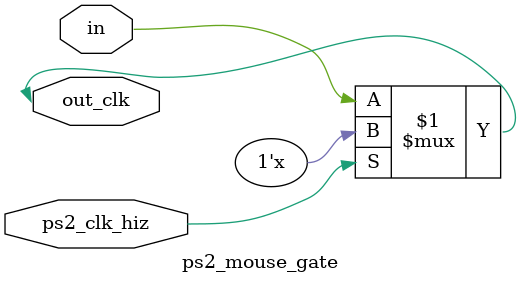
<source format=v>
`timescale 1ns / 1ps
module ps2_mouse_gate(in,ps2_clk_hiz,out_clk);

input in;
input ps2_clk_hiz;
inout  out_clk;
assign out_clk = ps2_clk_hiz ? 1'bz : in;
endmodule

</source>
